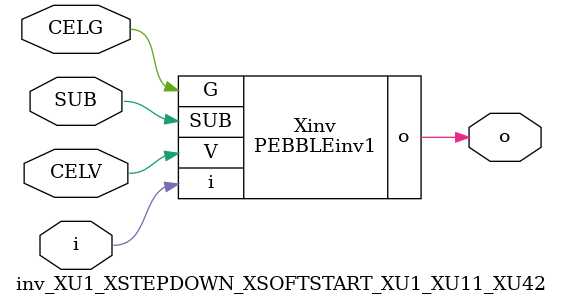
<source format=v>



module PEBBLEinv1 ( o, G, SUB, V, i );

  input V;
  input i;
  input G;
  output o;
  input SUB;
endmodule

//Celera Confidential Do Not Copy inv_XU1_XSTEPDOWN_XSOFTSTART_XU1_XU11_XU42
//Celera Confidential Symbol Generator
//5V Inverter
module inv_XU1_XSTEPDOWN_XSOFTSTART_XU1_XU11_XU42 (CELV,CELG,i,o,SUB);
input CELV;
input CELG;
input i;
input SUB;
output o;

//Celera Confidential Do Not Copy inv
PEBBLEinv1 Xinv(
.V (CELV),
.i (i),
.o (o),
.SUB (SUB),
.G (CELG)
);
//,diesize,PEBBLEinv1

//Celera Confidential Do Not Copy Module End
//Celera Schematic Generator
endmodule

</source>
